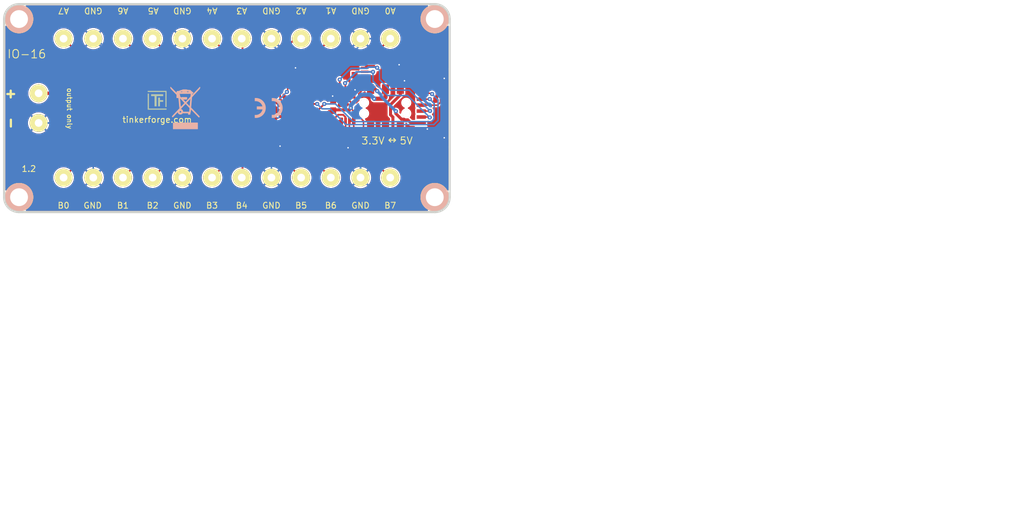
<source format=kicad_pcb>
(kicad_pcb (version 20221018) (generator pcbnew)
  (title_block (title "IO16 Bricklet") (date "2 jan 2013") (rev "1.1") (company "Tinkerforge GmbH") (comment 1 "Licensed under CERN OHL v.1.1") (comment 2 "Copyright (©) 2011, B.Nordmeyer <bastian@tinkerforge.com>"))
  (layers (0 "F.Cu" signal "Vorderseite") (31 "B.Cu" signal "Rückseite") (34 "B.Paste" user) (35 "F.Paste" user) (36 "B.SilkS" user "B.Silkscreen") (37 "F.SilkS" user "F.Silkscreen") (38 "B.Mask" user) (39 "F.Mask" user) (44 "Edge.Cuts" user))
  (net 0 "")
  (net 1 "GND")
  (net 2 "IN_1")
  (net 3 "IN_2")
  (net 4 "SCL")
  (net 5 "SCL2")
  (net 6 "SDA")
  (net 7 "SDA2")
  (net 8 "SEL")
  (net 9 "VAA")
  (net 10 "VCC")
  (net 11 "Net-(C3-Pad1)")
  (net 12 "Net-(J2-Pad2)")
  (net 13 "Net-(J3-Pad1)")
  (net 14 "Net-(J3-Pad2)")
  (net 15 "Net-(J4-Pad1)")
  (net 16 "Net-(J5-Pad2)")
  (net 17 "Net-(J6-Pad1)")
  (net 18 "Net-(J6-Pad2)")
  (net 19 "Net-(J7-Pad1)")
  (net 20 "Net-(J8-Pad1)")
  (net 21 "Net-(J9-Pad1)")
  (net 22 "Net-(J9-Pad2)")
  (net 23 "Net-(J10-Pad2)")
  (net 24 "Net-(J11-Pad1)")
  (net 25 "Net-(J12-Pad1)")
  (net 26 "Net-(J12-Pad2)")
  (net 27 "Net-(J13-Pad2)")
  (net 28 "Net-(P1-Pad1)")
  (net 29 "Net-(P1-Pad9)")
  (net 30 "Net-(P1-Pad10)")
  (net 31 "Net-(RP1-Pad6)")
  (net 32 "Net-(RP1-Pad7)")
  (net 33 "Net-(SW1-Pad6)")
  (net 34 "Net-(SW1-Pad5)")
  (net 35 "Net-(SW1-Pad4)")
  (net 36 "Net-(U1-Pad7)")
  (net 37 "Net-(U2-Pad11)")
  (net 38 "Net-(U2-Pad14)")
  (footprint "kicad-libraries:AKL_5_2" (layer "F.Cu") (at 163.99764 85.32368)
    (fp_text reference "J12")
    (fp_text value "AKL_5_2")
  )
  (footprint "kicad-libraries:AKL_5_2" (layer "F.Cu") (at 153.99766 85.32368)
    (fp_text reference "J11")
    (fp_text value "AKL_5_2")
  )
  (footprint "kicad-libraries:AKL_5_2" (layer "F.Cu") (at 143.99768 85.32368)
    (fp_text reference "J10")
    (fp_text value "AKL_5_2")
  )
  (footprint "kicad-libraries:AKL_5_2" (layer "F.Cu") (at 133.9977 85.32368)
    (fp_text reference "J9")
    (fp_text value "AKL_5_2")
  )
  (footprint "kicad-libraries:AKL_5_2" (layer "F.Cu") (at 173.99762 108.7247 180)
    (fp_text reference "J7")
    (fp_text value "AKL_5_2")
  )
  (footprint "kicad-libraries:AKL_5_2" (layer "F.Cu") (at 163.99764 108.7247 180)
    (fp_text reference "J6")
    (fp_text value "AKL_5_2")
  )
  (footprint "kicad-libraries:AKL_5_2" (layer "F.Cu") (at 153.99766 108.7247 180)
    (fp_text reference "J5")
    (fp_text value "AKL_5_2")
  )
  (footprint "kicad-libraries:AKL_5_2" (layer "F.Cu") (at 143.99768 108.7247 180)
    (fp_text reference "J4")
    (fp_text value "AKL_5_2")
  )
  (footprint "kicad-libraries:AKL_5_2" (layer "F.Cu") (at 117.29974 97.02546 90)
    (fp_text reference "J1")
    (fp_text value "AKL_5_2")
  )
  (footprint "kicad-libraries:TSSOP8_3" (layer "F.Cu") (at 169.30116 97.02546 180)
    (fp_text reference "U3")
    (fp_text value "PCA9306")
  )
  (footprint "kicad-libraries:CON-SENSOR" (layer "F.Cu") (at 186.4995 97.02292 90)
    (fp_text reference "P1")
    (fp_text value "CON-SENSOR")
  )
  (footprint "kicad-libraries:SOIC28" (layer "F.Cu") (at 154.79776 97.02292)
    (fp_text reference "U2")
    (fp_text value "MCP23017")
  )
  (footprint "kicad-libraries:TSSOP8" (layer "F.Cu") (at 175.09744 91.2241 90)
    (fp_text reference "U1")
    (fp_text value "M24C64")
  )
  (footprint "kicad-libraries:AKL_5_2" (layer "F.Cu") (at 133.9977 108.7247 180)
    (fp_text reference "J3")
    (fp_text value "AKL_5_2")
  )
  (footprint "kicad-libraries:AKL_5_2" (layer "F.Cu") (at 173.99762 85.32368)
    (fp_text reference "J13")
    (fp_text value "AKL_5_2")
  )
  (footprint "kicad-libraries:AKL_5_2" (layer "F.Cu") (at 123.99772 108.7247 180)
    (fp_text reference "J2")
    (fp_text value "AKL_5_2")
  )
  (footprint "kicad-libraries:AKL_5_2" (layer "F.Cu") (at 123.99772 85.32368)
    (fp_text reference "J8")
    (fp_text value "AKL_5_2")
  )
  (footprint "kicad-libraries:Logo_31x31" (layer "F.Cu") (at 135.67664 94.12478)
    (fp_text reference "Ref**" hide)
    (fp_text value "Val**" hide)
  )
  (footprint "kicad-libraries:Fiducial_Mark" (layer "F.Cu") (at 184.8993 85.62594)
    (fp_text reference "Fiducial_Mark" hide)
    (fp_text value "VAL**" hide)
  )
  (footprint "kicad-libraries:Fiducial_Mark" (layer "F.Cu") (at 113.10112 108.32592)
    (fp_text reference "Fiducial_Mark" hide)
    (fp_text value "VAL**" hide)
  )
  (footprint "kicad-libraries:C0603E" (layer "F.Cu") (at 170.50004 92.32646 90)
    (fp_text reference "C1")
    (fp_text value "100nF")
  )
  (footprint "kicad-libraries:C0603E" (layer "F.Cu") (at 166.9 96.6 90)
    (fp_text reference "C2")
    (fp_text value "100nF")
  )
  (footprint "kicad-libraries:C0603E" (layer "F.Cu") (at 169.4 102 -90)
    (fp_text reference "C3")
    (fp_text value "100nF")
  )
  (footprint "kicad-libraries:R0603E" (layer "F.Cu") (at 170.9 102 90)
    (fp_text reference "R1")
    (fp_text value "200k")
  )
  (footprint "kicad-libraries:4X0603" (layer "F.Cu") (at 166.5 102 180)
    (fp_text reference "RP1")
    (fp_text value "4.7k")
  )
  (footprint "kicad-libraries:SLIDE_SWITCH" (layer "F.Cu") (at 175.69942 97.02546 180)
    (fp_text reference "SW1")
    (fp_text value "Power_Select")
  )
  (footprint "kicad-libraries:DRILL_NP" (layer "F.Cu") (at 184.00014 82.02676)
    (fp_text reference "U4" hide)
    (fp_text value "DRILL" hide)
  )
  (footprint "kicad-libraries:DRILL_NP" (layer "F.Cu") (at 114.00028 82.02676 90)
    (fp_text reference "U5" hide)
    (fp_text value "DRILL" hide)
  )
  (footprint "kicad-libraries:DRILL_NP" (layer "F.Cu") (at 114.00028 112.0267)
    (fp_text reference "U6" hide)
    (fp_text value "DRILL" hide)
  )
  (footprint "kicad-libraries:DRILL_NP" (layer "F.Cu") (at 184.00014 112.0267 180)
    (fp_text reference "U7" hide)
    (fp_text value "DRILL" hide)
  )
  (footprint "kicad-libraries:WEEE_7mm" (layer "B.Cu") (at 142 97 180)
    (fp_text reference "VAL" hide)
    (fp_text value "WEEE_7mm" hide)
  )
  (footprint "kicad-libraries:CE_5mm" (layer "B.Cu") (at 156 97 180)
    (fp_text reference "VAL" hide)
    (fp_text value "CE_5mm" hide)
  )
  (gr_line (start 176.29378 102.42296) (end 176.5935 102.12324) (stroke (width 0.17018)) (layer "F.SilkS"))
  (gr_line (start 176.29378 102.42296) (end 176.5935 102.72268) (stroke (width 0.17018)) (layer "F.SilkS"))
  (gr_line (start 177.3936 102.42296) (end 177.09388 102.72268) (stroke (width 0.17018)) (layer "F.SilkS"))
  (gr_line (start 176.29378 102.42296) (end 177.19548 102.42296) (stroke (width 0.17018)) (layer "F.SilkS"))
  (gr_line (start 177.09388 102.12324) (end 177.3936 102.42296) (stroke (width 0.17018)) (layer "F.SilkS"))
  (gr_line (start 183.9976 79.52486) (end 113.99774 79.52486) (stroke (width 0.381)) (layer "Edge.Cuts"))
  (gr_line (start 186.4995 112.02416) (end 186.4995 82.02422) (stroke (width 0.381)) (layer "Edge.Cuts"))
  (gr_arc (start 183.9976 79.52486) (mid 185.764914 80.256906) (end 186.49696 82.02422) (stroke (width 0.381)) (layer "Edge.Cuts"))
  (gr_arc (start 186.4995 112.02416) (mid 185.76671 113.79327) (end 183.9976 114.52606) (stroke (width 0.381)) (layer "Edge.Cuts"))
  (gr_line (start 113.99774 114.52352) (end 183.9976 114.52352) (stroke (width 0.381)) (layer "Edge.Cuts"))
  (gr_arc (start 113.99774 114.52352) (mid 112.230426 113.791474) (end 111.49838 112.02416) (stroke (width 0.381)) (layer "Edge.Cuts"))
  (gr_line (start 111.49838 82.02422) (end 111.49838 112.02416) (stroke (width 0.381)) (layer "Edge.Cuts"))
  (gr_arc (start 111.49838 82.02422) (mid 112.230426 80.256906) (end 113.99774 79.52486) (stroke (width 0.381)) (layer "Edge.Cuts"))
  (gr_text "B4" (at 151.4983 113.4237) (layer "F.SilkS") (effects (font (size 1.00076 1.00076) (thickness 0.14986))))
  (gr_text "GND" (at 141.49832 80.62468 180) (layer "F.SilkS") (effects (font (size 1.00076 1.00076) (thickness 0.14986))))
  (gr_text "GND" (at 171.49826 80.62468 180) (layer "F.SilkS") (effects (font (size 1.00076 1.00076) (thickness 0.14986))))
  (gr_text "GND" (at 156.49702 113.4237) (layer "F.SilkS") (effects (font (size 1.00076 1.00076) (thickness 0.14986))))
  (gr_text "+" (at 112.60074 94.54896) (layer "F.SilkS") (effects (font (size 1.50114 1.50114) (thickness 0.37592))))
  (gr_text "-" (at 112.52454 99.55022 90) (layer "F.SilkS") (effects (font (size 1.50114 1.50114) (thickness 0.37592))))
  (gr_text "B3" (at 146.49704 113.4237) (layer "F.SilkS") (effects (font (size 1.00076 1.00076) (thickness 0.14986))))
  (gr_text "B5" (at 161.49828 113.4237) (layer "F.SilkS") (effects (font (size 1.00076 1.00076) (thickness 0.14986))))
  (gr_text "B0" (at 121.49836 113.4237) (layer "F.SilkS") (effects (font (size 1.00076 1.00076) (thickness 0.14986))))
  (gr_text "A0" (at 176.49952 80.62468 180) (layer "F.SilkS") (effects (font (size 1.00076 1.00076) (thickness 0.14986))))
  (gr_text "GND" (at 141.49832 113.4237) (layer "F.SilkS") (effects (font (size 1.00076 1.00076) (thickness 0.14986))))
  (gr_text "1.2" (at 115.65128 107.24896) (layer "F.SilkS") (effects (font (size 1.00076 1.00076) (thickness 0.14986))))
  (gr_text "B6" (at 166.497 113.4237) (layer "F.SilkS") (effects (font (size 1.00076 1.00076) (thickness 0.14986))))
  (gr_text "B7" (at 176.49952 113.4237) (layer "F.SilkS") (effects (font (size 1.00076 1.00076) (thickness 0.14986))))
  (gr_text "GND" (at 126.39802 113.4237) (layer "F.SilkS") (effects (font (size 1.00076 1.00076) (thickness 0.14986))))
  (gr_text "tinkerforge.com" (at 137.25144 98.97364) (layer "F.SilkS") (effects (font (size 1.00076 1.00076) (thickness 0.14986))))
  (gr_text "A6" (at 131.49834 80.62468 180) (layer "F.SilkS") (effects (font (size 1.00076 1.00076) (thickness 0.14986))))
  (gr_text "A7" (at 121.49836 80.62468 180) (layer "F.SilkS") (effects (font (size 1.00076 1.00076) (thickness 0.14986))))
  (gr_text "IO-16" (at 115.29822 87.92464) (layer "F.SilkS") (effects (font (size 1.39954 1.39954) (thickness 0.14986))))
  (gr_text "5V" (at 179.197 102.52456) (layer "F.SilkS") (effects (font (size 1.19888 1.19888) (thickness 0.14986))))
  (gr_text "A1" (at 166.497 80.62468 180) (layer "F.SilkS") (effects (font (size 1.00076 1.00076) (thickness 0.14986))))
  (gr_text "GND" (at 126.49708 80.62468 180) (layer "F.SilkS") (effects (font (size 1.00076 1.00076) (thickness 0.14986))))
  (gr_text "3.3V" (at 173.59884 102.52456) (layer "F.SilkS") (effects (font (size 1.19888 1.19888) (thickness 0.14986))))
  (gr_text "A3" (at 151.4983 80.62468 180) (layer "F.SilkS") (effects (font (size 1.00076 1.00076) (thickness 0.14986))))
  (gr_text "A2" (at 161.49828 80.62468 180) (layer "F.SilkS") (effects (font (size 1.00076 1.00076) (thickness 0.14986))))
  (gr_text "B1" (at 131.49834 113.4237) (layer "F.SilkS") (effects (font (size 1.00076 1.00076) (thickness 0.14986))))
  (gr_text "output only" (at 122.49912 97.09912 270) (layer "F.SilkS") (effects (font (size 0.8001 0.8001) (thickness 0.14986))))
  (gr_text "A4" (at 146.49704 80.62468 180) (layer "F.SilkS") (effects (font (size 1.00076 1.00076) (thickness 0.14986))))
  (gr_text "A5" (at 136.59866 80.62468 180) (layer "F.SilkS") (effects (font (size 1.00076 1.00076) (thickness 0.14986))))
  (gr_text "B2" (at 136.49706 113.4237) (layer "F.SilkS") (effects (font (size 1.00076 1.00076) (thickness 0.14986))))
  (gr_text "GND" (at 171.49826 113.4237) (layer "F.SilkS") (effects (font (size 1.00076 1.00076) (thickness 0.14986))))
  (gr_text "GND" (at 156.49702 80.62468 180) (layer "F.SilkS") (effects (font (size 1.00076 1.00076) (thickness 0.14986))))
  (segment (start 161.0995 92.42298) (end 161.78022 92.42298) (width 0.50038) (layer "F.Cu") (net 1))
  (segment (start 177.99558 90.25128) (end 177.99558 89.7255) (width 0.29972) (layer "F.Cu") (net 1))
  (segment (start 185.60034 102.02418) (end 185.60034 102.82174) (width 0.29972) (layer "F.Cu") (net 1))
  (segment (start 161.78022 90.52814) (end 161.62528 90.3732) (width 0.29972) (layer "F.Cu") (net 1))
  (segment (start 178.67376 92.19692) (end 178.89982 92.42298) (width 0.29972) (layer "F.Cu") (net 1))
  (segment (start 161.78022 92.42298) (end 161.78022 90.52814) (width 0.29972) (layer "F.Cu") (net 1))
  (segment (start 182.72506 100.52304) (end 182.75046 100.54844) (width 0.50038) (layer "F.Cu") (net 1))
  (segment (start 160.51022 92.42298) (end 161.0995 92.42298) (width 0.50038) (layer "F.Cu") (net 1))
  (segment (start 185.60034 92.01912) (end 185.5978 92.02166) (width 0.29972) (layer "F.Cu") (net 1))
  (segment (start 170.32478 94.20098) (end 170.57624 93.94952) (width 0.29972) (layer "F.Cu") (net 1))
  (segment (start 185.60034 91.2241) (end 185.60034 92.01912) (width 0.29972) (layer "F.Cu") (net 1))
  (segment (start 157.9499 103.42372) (end 157.97022 103.4034) (width 0.24892) (layer "F.Cu") (net 1))
  (segment (start 185.60034 102.02418) (end 185.5978 102.02164) (width 0.29972) (layer "F.Cu") (net 1))
  (segment (start 166.8018 94.99854) (end 166.79926 95.00108) (width 0.24892) (layer "F.Cu") (net 1))
  (segment (start 166.79926 95.00108) (end 166.79926 96.0247) (width 0.24892) (layer "F.Cu") (net 1))
  (segment (start 170.52544 93.89872) (end 170.57624 93.94952) (width 0.29972) (layer "F.Cu") (net 1))
  (segment (start 179.59832 92.0242) (end 179.2986 92.0242) (width 0.29972) (layer "F.Cu") (net 1))
  (segment (start 161.62528 90.3732) (end 160.67532 90.3732) (width 0.24892) (layer "F.Cu") (net 1))
  (segment (start 177.99558 92.19692) (end 178.67376 92.19692) (width 0.29972) (layer "F.Cu") (net 1))
  (segment (start 177.99558 92.19692) (end 177.99558 91.54668) (width 0.29972) (layer "F.Cu") (net 1))
  (segment (start 179.2986 92.0242) (end 178.89982 92.42298) (width 0.29972) (layer "F.Cu") (net 1))
  (segment (start 169.4 102.8501) (end 169.4 103.7) (width 0.24892) (layer "F.Cu") (net 1))
  (segment (start 170.52544 93.17482) (end 170.52544 93.89872) (width 0.29972) (layer "F.Cu") (net 1))
  (segment (start 177.99558 89.7255) (end 177.99812 89.72296) (width 0.29972) (layer "F.Cu") (net 1))
  (segment (start 157.97022 103.4034) (end 157.97022 101.62286) (width 0.24892) (layer "F.Cu") (net 1))
  (segment (start 181.7243 100.52304) (end 182.72506 100.52304) (width 0.50038) (layer "F.Cu") (net 1))
  (segment (start 160.67532 90.3732) (end 160.55086 90.24874) (width 0.24892) (layer "F.Cu") (net 1))
  (segment (start 170.32478 94.20098) (end 170.32478 94.85122) (width 0.29972) (layer "F.Cu") (net 1))
  (via (at 177.99812 89.72296) (size 0.70104) (drill 0.24892) (layers "F.Cu" "B.Cu") (net 1))
  (via (at 185.5978 102.02164) (size 0.70104) (drill 0.24892) (layers "F.Cu" "B.Cu") (net 1))
  (via (at 166.8018 94.99854) (size 0.70104) (drill 0.24892) (layers "F.Cu" "B.Cu") (net 1))
  (via (at 185.5978 92.02166) (size 0.70104) (drill 0.24892) (layers "F.Cu" "B.Cu") (net 1))
  (via (at 160.55086 90.24874) (size 0.70104) (drill 0.24892) (layers "F.Cu" "B.Cu") (net 1))
  (via (at 178.89982 92.42298) (size 0.70104) (drill 0.24892) (layers "F.Cu" "B.Cu") (net 1))
  (via (at 157.9499 103.42372) (size 0.70104) (drill 0.24892) (layers "F.Cu" "B.Cu") (net 1))
  (via (at 182.75046 100.54844) (size 0.70104) (drill 0.24892) (layers "F.Cu" "B.Cu") (net 1))
  (via (at 169.4 103.7) (size 0.70104) (drill 0.24892) (layers "F.Cu" "B.Cu") (net 1))
  (via (at 170.57624 93.94952) (size 0.70104) (drill 0.24892) (layers "F.Cu" "B.Cu") (net 1))
  (segment (start 153.1366 98.61042) (end 157.9499 103.42372) (width 0.24892) (layer "B.Cu") (net 1))
  (segment (start 166.8018 91.07424) (end 167.6273 90.24874) (width 0.24892) (layer "B.Cu") (net 1))
  (segment (start 153.1366 90.2) (end 153.1366 98.61042) (width 0.24892) (layer "B.Cu") (net 1))
  (segment (start 171.49826 86.37778) (end 167.6273 90.24874) (width 0.24892) (layer "B.Cu") (net 1))
  (segment (start 156.49702 108.7247) (end 156.49702 104.8766) (width 0.24892) (layer "B.Cu") (net 1))
  (segment (start 184.22366 101.97846) (end 184.2516 101.95052) (width 0.50038) (layer "B.Cu") (net 1))
  (segment (start 184.2516 102.02164) (end 176.4538 102.02164) (width 0.24892) (layer "B.Cu") (net 1))
  (segment (start 129.9972 105.22458) (end 126.49708 108.7247) (width 0.29972) (layer "B.Cu") (net 1))
  (segment (start 118.9736 99.52482) (end 117.29974 99.52482) (width 0.24892) (layer "B.Cu") (net 1))
  (segment (start 153.1366 88.6841) (end 153.1366 90.2) (width 0.24892) (layer "B.Cu") (net 1))
  (segment (start 179.30114 92.02166) (end 180.29682 92.02166) (width 0.29972) (layer "B.Cu") (net 1))
  (segment (start 166.8018 94.99854) (end 166.8018 91.07424) (width 0.24892) (layer "B.Cu") (net 1))
  (segment (start 177.99812 89.72296) (end 177.67554 89.72296) (width 0.24892) (layer "B.Cu") (net 1))
  (segment (start 141.49832 85.32368) (end 141.49832 86.52256) (width 0.24892) (layer "B.Cu") (net 1))
  (segment (start 177.67554 89.72296) (end 173.27626 85.32368) (width 0.24892) (layer "B.Cu") (net 1))
  (segment (start 153.12136 88.69934) (end 153.1366 88.6841) (width 0.24892) (layer "B.Cu") (net 1))
  (segment (start 185.5978 102.02164) (end 184.2516 102.02164) (width 0.24892) (layer "B.Cu") (net 1))
  (segment (start 156.49702 104.8766) (end 157.9499 103.42372) (width 0.24892) (layer "B.Cu") (net 1))
  (segment (start 154.62504 104.8766) (end 156.49702 104.8766) (width 0.24892) (layer "B.Cu") (net 1))
  (segment (start 167.6273 90.24874) (end 160.55086 90.24874) (width 0.24892) (layer "B.Cu") (net 1))
  (segment (start 122.04954 99.52482) (end 118.9736 99.52482) (width 0.24892) (layer "B.Cu") (net 1))
  (segment (start 184.2516 101.95052) (end 184.2516 102.02164) (width 0.50038) (layer "B.Cu") (net 1))
  (segment (start 180.29682 92.02166) (end 185.5978 92.02166) (width 0.29972) (layer "B.Cu") (net 1))
  (segment (start 185.90006 101.71938) (end 185.5978 102.02164) (width 0.29972) (layer "B.Cu") (net 1))
  (segment (start 169.35196 103.2256) (end 158.14802 103.2256) (width 0.24892) (layer "B.Cu") (net 1))
  (segment (start 130.92684 89.25052) (end 137.57148 89.25052) (width 0.24892) (layer "B.Cu") (net 1))
  (segment (start 117.29974 99.52482) (end 117.27688 99.54768) (width 0.24892) (layer "B.Cu") (net 1))
  (segment (start 171.49826 106.97718) (end 171.49826 108.7247) (width 0.24892) (layer "B.Cu") (net 1))
  (segment (start 118.9736 99.52482) (end 118.95074 99.54768) (width 0.24892) (layer "B.Cu") (net 1))
  (segment (start 184.22366 102.02164) (end 184.22366 101.97846) (width 0.50038) (layer "B.Cu") (net 1))
  (segment (start 126.49708 108.7247) (end 126.49708 103.97236) (width 0.24892) (layer "B.Cu") (net 1))
  (segment (start 126.49708 85.32368) (end 127 85.32368) (width 0.24892) (layer "B.Cu") (net 1))
  (segment (start 171.49826 105.3719) (end 171.49826 108.7247) (width 0.24892) (layer "B.Cu") (net 1))
  (segment (start 127 85.32368) (end 130.92684 89.25052) (width 0.24892) (layer "B.Cu") (net 1))
  (segment (start 166.8018 94.99854) (end 169.52722 94.99854) (width 0.24892) (layer "B.Cu") (net 1))
  (segment (start 173.27626 85.32368) (end 171.49826 85.32368) (width 0.24892) (layer "B.Cu") (net 1))
  (segment (start 141.49832 86.52256) (end 143.6751 88.69934) (width 0.24892) (layer "B.Cu") (net 1))
  (segment (start 154.27706 105.22458) (end 154.62504 104.8766) (width 0.24892) (layer "B.Cu") (net 1))
  (segment (start 176.4538 102.02164) (end 171.49826 106.97718) (width 0.24892) (layer "B.Cu") (net 1))
  (segment (start 185.5978 92.02166) (end 185.5978 93.12148) (width 0.29972) (layer "B.Cu") (net 1))
  (segment (start 156.49702 86.1949) (end 156.49702 85.32368) (width 0.24892) (layer "B.Cu") (net 1))
  (segment (start 144.99844 105.22458) (end 141.49832 108.7247) (width 0.29972) (layer "B.Cu") (net 1))
  (segment (start 182.75046 100.54844) (end 184.22366 102.02164) (width 0.50038) (layer "B.Cu") (net 1))
  (segment (start 185.5978 93.12148) (end 185.90006 93.42374) (width 0.29972) (layer "B.Cu") (net 1))
  (segment (start 143.6751 88.69934) (end 153.12136 88.69934) (width 0.24892) (layer "B.Cu") (net 1))
  (segment (start 158.14802 103.2256) (end 157.9499 103.42372) (width 0.24892) (layer "B.Cu") (net 1))
  (segment (start 137.57148 89.25052) (end 141.49832 85.32368) (width 0.24892) (layer "B.Cu") (net 1))
  (segment (start 144.99844 105.22458) (end 129.9972 105.22458) (width 0.29972) (layer "B.Cu") (net 1))
  (segment (start 185.90006 93.42374) (end 185.90006 101.71938) (width 0.29972) (layer "B.Cu") (net 1))
  (segment (start 153.1366 88.6841) (end 156.49702 85.32368) (width 0.24892) (layer "B.Cu") (net 1))
  (segment (start 177.99812 89.72296) (end 180.29682 92.02166) (width 0.29972) (layer "B.Cu") (net 1))
  (segment (start 122.04954 99.52482) (end 126.49708 103.97236) (width 0.24892) (layer "B.Cu") (net 1))
  (segment (start 144.99844 105.22458) (end 154.27706 105.22458) (width 0.24892) (layer "B.Cu") (net 1))
  (segment (start 171.49826 85.32368) (end 171.49826 86.37778) (width 0.24892) (layer "B.Cu") (net 1))
  (segment (start 178.89982 92.42298) (end 179.30114 92.02166) (width 0.29972) (layer "B.Cu") (net 1))
  (segment (start 169.35196 103.2256) (end 171.49826 105.3719) (width 0.24892) (layer "B.Cu") (net 1))
  (segment (start 169.52722 94.99854) (end 170.57624 93.94952) (width 0.24892) (layer "B.Cu") (net 1))
  (segment (start 160.55086 90.24874) (end 156.49702 86.1949) (width 0.24892) (layer "B.Cu") (net 1))
  (segment (start 183.12822 95.52178) (end 183.15 95.5) (width 0.24892) (layer "F.Cu") (net 2))
  (segment (start 156.70022 95.52432) (end 158.5976 97.4217) (width 0.29972) (layer "F.Cu") (net 2))
  (segment (start 164.2999 97.4217) (end 165.39972 96.32188) (width 0.29972) (layer "F.Cu") (net 2))
  (segment (start 158.5976 97.4217) (end 164.2999 97.4217) (width 0.29972) (layer "F.Cu") (net 2))
  (segment (start 156.70022 95.52432) (end 156.70022 92.42298) (width 0.29972) (layer "F.Cu") (net 2))
  (segment (start 181.7243 95.52178) (end 183.12822 95.52178) (width 0.24892) (layer "F.Cu") (net 2))
  (via (at 165.39972 96.32188) (size 0.70104) (drill 0.24892) (layers "F.Cu" "B.Cu") (net 2))
  (via (at 183.15 95.5) (size 0.70104) (drill 0.24892) (layers "F.Cu" "B.Cu") (net 2))
  (segment (start 183.15 95.5) (end 183.9 96.25) (width 0.24892) (layer "B.Cu") (net 2))
  (segment (start 183.9 96.25) (end 183.9 98.85) (width 0.24892) (layer "B.Cu") (net 2))
  (segment (start 183.9 98.85) (end 183.45 99.3) (width 0.24892) (layer "B.Cu") (net 2))
  (segment (start 183.45 99.3) (end 170.25 99.3) (width 0.24892) (layer "B.Cu") (net 2))
  (segment (start 170.25 99.3) (end 167.27188 96.32188) (width 0.24892) (layer "B.Cu") (net 2))
  (segment (start 167.27188 96.32188) (end 165.39972 96.32188) (width 0.24892) (layer "B.Cu") (net 2))
  (segment (start 183.42356 94.52356) (end 183.55 94.65) (width 0.24892) (layer "F.Cu") (net 3))
  (segment (start 181.7243 94.52356) (end 183.42356 94.52356) (width 0.24892) (layer "F.Cu") (net 3))
  (segment (start 158.79826 96.32188) (end 164.1983 96.32188) (width 0.29972) (layer "F.Cu") (net 3))
  (segment (start 157.97022 95.49384) (end 158.79826 96.32188) (width 0.29972) (layer "F.Cu") (net 3))
  (segment (start 157.97022 95.49384) (end 157.97022 92.42298) (width 0.29972) (layer "F.Cu") (net 3))
  (via (at 164.1983 96.32188) (size 0.70104) (drill 0.24892) (layers "F.Cu" "B.Cu") (net 3))
  (via (at 183.55 94.65) (size 0.70104) (drill 0.24892) (layers "F.Cu" "B.Cu") (net 3))
  (segment (start 183.55 94.65) (end 184.55 95.65) (width 0.24892) (layer "B.Cu") (net 3))
  (segment (start 184.55 95.65) (end 184.55 99.1) (width 0.24892) (layer "B.Cu") (net 3))
  (segment (start 184.55 99.1) (end 183.85 99.8) (width 0.24892) (layer "B.Cu") (net 3))
  (segment (start 183.85 99.8) (end 169.05 99.8) (width 0.24892) (layer "B.Cu") (net 3))
  (segment (start 169.05 99.8) (end 166.4 97.15) (width 0.24892) (layer "B.Cu") (net 3))
  (segment (start 166.4 97.15) (end 165.02642 97.15) (width 0.24892) (layer "B.Cu") (net 3))
  (segment (start 165.02642 97.15) (end 164.1983 96.32188) (width 0.24892) (layer "B.Cu") (net 3))
  (segment (start 183.07406 98.52406) (end 183.15 98.6) (width 0.24892) (layer "F.Cu") (net 4))
  (segment (start 173.59884 90.92438) (end 173.57598 90.90152) (width 0.29972) (layer "F.Cu") (net 4))
  (segment (start 181.7243 98.52406) (end 183.07406 98.52406) (width 0.24892) (layer "F.Cu") (net 4))
  (segment (start 168.95064 94.85122) (end 168.95064 92.87764) (width 0.29972) (layer "F.Cu") (net 4))
  (segment (start 173.57598 90.90152) (end 172.1993 90.90152) (width 0.29972) (layer "F.Cu") (net 4))
  (segment (start 168.95064 92.87764) (end 168.8973 92.8243) (width 0.29972) (layer "F.Cu") (net 4))
  (via (at 173.59884 90.92438) (size 0.70104) (drill 0.24892) (layers "F.Cu" "B.Cu") (net 4))
  (via (at 183.15 98.6) (size 0.70104) (drill 0.24892) (layers "F.Cu" "B.Cu") (net 4))
  (via (at 168.8973 92.8243) (size 0.70104) (drill 0.24892) (layers "F.Cu" "B.Cu") (net 4))
  (segment (start 183.15 98.6) (end 179.45 94.9) (width 0.24892) (layer "B.Cu") (net 4))
  (segment (start 179.45 94.9) (end 176.05 94.9) (width 0.24892) (layer "B.Cu") (net 4))
  (segment (start 176.05 94.9) (end 173.59884 92.44884) (width 0.24892) (layer "B.Cu") (net 4))
  (segment (start 173.59884 92.44884) (end 173.59884 90.92438) (width 0.24892) (layer "B.Cu") (net 4))
  (segment (start 170.79722 90.92438) (end 168.8973 92.8243) (width 0.29972) (layer "B.Cu") (net 4))
  (segment (start 170.79722 90.92438) (end 173.59884 90.92438) (width 0.29972) (layer "B.Cu") (net 4))
  (segment (start 167.69888 100.80112) (end 168.2 100.3) (width 0.24892) (layer "F.Cu") (net 5))
  (segment (start 168.2 100.3) (end 168.8 100.3) (width 0.24892) (layer "F.Cu") (net 5))
  (segment (start 168.8 100.3) (end 168.97604 100.12396) (width 0.24892) (layer "F.Cu") (net 5))
  (segment (start 168.97604 100.12396) (end 168.97604 99.1997) (width 0.24892) (layer "F.Cu") (net 5))
  (segment (start 167.69888 101.1491) (end 167.69888 100.80112) (width 0.24892) (layer "F.Cu") (net 5))
  (segment (start 168.95064 99.1997) (end 168.95064 98.52406) (width 0.29972) (layer "F.Cu") (net 5))
  (segment (start 166.52494 99.34956) (end 160.87598 99.34956) (width 0.29972) (layer "F.Cu") (net 5))
  (segment (start 160.51022 99.71532) (end 160.51022 101.62286) (width 0.29972) (layer "F.Cu") (net 5))
  (segment (start 168.57472 98.14814) (end 167.72636 98.14814) (width 0.29972) (layer "F.Cu") (net 5))
  (segment (start 160.87598 99.34956) (end 160.51022 99.71532) (width 0.29972) (layer "F.Cu") (net 5))
  (segment (start 167.72636 98.14814) (end 166.52494 99.34956) (width 0.29972) (layer "F.Cu") (net 5))
  (segment (start 168.95064 98.52406) (end 168.57472 98.14814) (width 0.29972) (layer "F.Cu") (net 5))
  (segment (start 183.1767 97.5233) (end 183.2 97.5) (width 0.24892) (layer "F.Cu") (net 6))
  (segment (start 168.22674 94.85122) (end 168.22674 93.7006) (width 0.29972) (layer "F.Cu") (net 6))
  (segment (start 172.52696 89.92362) (end 172.1993 90.25128) (width 0.29972) (layer "F.Cu") (net 6))
  (segment (start 174.09922 90.22334) (end 173.7995 89.92362) (width 0.29972) (layer "F.Cu") (net 6))
  (segment (start 174.29734 90.22334) (end 174.09922 90.22334) (width 0.29972) (layer "F.Cu") (net 6))
  (segment (start 173.7995 89.92362) (end 172.52696 89.92362) (width 0.29972) (layer "F.Cu") (net 6))
  (segment (start 181.7243 97.5233) (end 183.1767 97.5233) (width 0.24892) (layer "F.Cu") (net 6))
  (segment (start 168.22674 93.7006) (end 167.99814 93.472) (width 0.29972) (layer "F.Cu") (net 6))
  (segment (start 167.99814 93.472) (end 167.99814 92.22232) (width 0.29972) (layer "F.Cu") (net 6))
  (via (at 174.29734 90.22334) (size 0.70104) (drill 0.24892) (layers "F.Cu" "B.Cu") (net 6))
  (via (at 183.2 97.5) (size 0.70104) (drill 0.24892) (layers "F.Cu" "B.Cu") (net 6))
  (via (at 167.99814 92.22232) (size 0.70104) (drill 0.24892) (layers "F.Cu" "B.Cu") (net 6))
  (segment (start 183.2 97.5) (end 179.7 94) (width 0.24892) (layer "B.Cu") (net 6))
  (segment (start 179.7 94) (end 176.5 94) (width 0.24892) (layer "B.Cu") (net 6))
  (segment (start 176.5 94) (end 174.7 92.2) (width 0.24892) (layer "B.Cu") (net 6))
  (segment (start 174.7 92.2) (end 174.7 90.626) (width 0.24892) (layer "B.Cu") (net 6))
  (segment (start 174.7 90.626) (end 174.29734 90.22334) (width 0.24892) (layer "B.Cu") (net 6))
  (segment (start 172.59808 90.3224) (end 172.79874 90.12174) (width 0.29972) (layer "B.Cu") (net 6))
  (segment (start 174.19574 90.12174) (end 174.29734 90.22334) (width 0.29972) (layer "B.Cu") (net 6))
  (segment (start 169.89806 90.3224) (end 172.59808 90.3224) (width 0.29972) (layer "B.Cu") (net 6))
  (segment (start 172.79874 90.12174) (end 174.19574 90.12174) (width 0.29972) (layer "B.Cu") (net 6))
  (segment (start 167.99814 92.22232) (end 169.89806 90.3224) (width 0.29972) (layer "B.Cu") (net 6))
  (segment (start 165.30112 100.49888) (end 165.851 99.949) (width 0.24892) (layer "F.Cu") (net 7))
  (segment (start 165.851 99.949) (end 162.0012 99.949) (width 0.29972) (layer "F.Cu") (net 7))
  (segment (start 168.22674 99.1997) (end 167.80002 99.1997) (width 0.29972) (layer "F.Cu") (net 7))
  (segment (start 167.05072 99.949) (end 166.7256 99.949) (width 0.29972) (layer "F.Cu") (net 7))
  (segment (start 167.80002 99.1997) (end 167.05072 99.949) (width 0.29972) (layer "F.Cu") (net 7))
  (segment (start 162.0012 99.949) (end 161.78022 100.16998) (width 0.29972) (layer "F.Cu") (net 7))
  (segment (start 165.30112 101.1491) (end 165.30112 100.49888) (width 0.24892) (layer "F.Cu") (net 7))
  (segment (start 161.78022 100.16998) (end 161.78022 101.62286) (width 0.29972) (layer "F.Cu") (net 7))
  (segment (start 166.7256 99.949) (end 165.851 99.949) (width 0.29972) (layer "F.Cu") (net 7))
  (segment (start 184.47746 96.52254) (end 184.95 96.05) (width 0.24892) (layer "F.Cu") (net 8))
  (segment (start 184.95 96.05) (end 184.95 93.17472) (width 0.24892) (layer "F.Cu") (net 8))
  (segment (start 184.95 93.17472) (end 184.00014 92.22486) (width 0.24892) (layer "F.Cu") (net 8))
  (segment (start 184.00014 92.22486) (end 182.59806 90.82278) (width 0.29972) (layer "F.Cu") (net 8))
  (segment (start 168.148 88.72474) (end 174.498 88.72474) (width 0.29972) (layer "F.Cu") (net 8))
  (segment (start 179.3748 90.90152) (end 177.99558 90.90152) (width 0.29972) (layer "F.Cu") (net 8))
  (segment (start 181.7243 96.52254) (end 184.47746 96.52254) (width 0.24892) (layer "F.Cu") (net 8))
  (segment (start 179.9971 90.82278) (end 179.45354 90.82278) (width 0.29972) (layer "F.Cu") (net 8))
  (segment (start 163.05022 92.42298) (end 164.44976 92.42298) (width 0.29972) (layer "F.Cu") (net 8))
  (segment (start 182.59806 90.82278) (end 179.9971 90.82278) (width 0.29972) (layer "F.Cu") (net 8))
  (segment (start 176.67478 90.90152) (end 177.99558 90.90152) (width 0.29972) (layer "F.Cu") (net 8))
  (segment (start 174.498 88.72474) (end 176.67478 90.90152) (width 0.29972) (layer "F.Cu") (net 8))
  (segment (start 179.45354 90.82278) (end 179.3748 90.90152) (width 0.29972) (layer "F.Cu") (net 8))
  (segment (start 164.44976 92.42298) (end 168.148 88.72474) (width 0.29972) (layer "F.Cu") (net 8))
  (segment (start 159.24022 94.15978) (end 159.1 94.3) (width 0.24892) (layer "F.Cu") (net 9))
  (segment (start 157.56219 98.46219) (end 157.06344 98.96094) (width 0.50038) (layer "F.Cu") (net 9))
  (segment (start 175.69942 95.20058) (end 175.45 95.45) (width 0.70104) (layer "F.Cu") (net 9))
  (segment (start 175.45 95.45) (end 173.8 95.45) (width 0.70104) (layer "F.Cu") (net 9))
  (segment (start 169.85 97.1) (end 169.62482 97.32518) (width 0.50038) (layer "F.Cu") (net 9))
  (segment (start 169.62482 97.32518) (end 167.09898 97.32518) (width 0.50038) (layer "F.Cu") (net 9))
  (segment (start 169.85 97.05) (end 172 99.2) (width 0.24892) (layer "F.Cu") (net 9))
  (segment (start 172 99.2) (end 172 101.7501) (width 0.24892) (layer "F.Cu") (net 9))
  (segment (start 172 101.7501) (end 170.9 102.8501) (width 0.24892) (layer "F.Cu") (net 9))
  (segment (start 168.7 104.4) (end 170.6 104.4) (width 0.24892) (layer "F.Cu") (net 9))
  (segment (start 170.6 104.4) (end 170.9 104.1) (width 0.24892) (layer "F.Cu") (net 9))
  (segment (start 170.9 104.1) (end 170.9 102.8501) (width 0.24892) (layer "F.Cu") (net 9))
  (segment (start 167.4 104.4) (end 166.89878 103.89878) (width 0.24892) (layer "F.Cu") (net 9))
  (segment (start 166.89878 103.89878) (end 166.89878 102.8509) (width 0.24892) (layer "F.Cu") (net 9))
  (segment (start 166.6 104.4) (end 166.10122 103.90122) (width 0.24892) (layer "F.Cu") (net 9))
  (segment (start 166.10122 103.90122) (end 166.10122 102.8509) (width 0.24892) (layer "F.Cu") (net 9))
  (segment (start 165.8 104.4) (end 165.30112 103.90112) (width 0.24892) (layer "F.Cu") (net 9))
  (segment (start 165.30112 103.90112) (end 165.30112 102.8509) (width 0.24892) (layer "F.Cu") (net 9))
  (segment (start 167.69888 103.79888) (end 168.3 104.4) (width 0.24892) (layer "F.Cu") (net 9))
  (segment (start 168.3 104.4) (end 167.4 104.4) (width 0.24892) (layer "F.Cu") (net 9))
  (segment (start 166.19982 97.6249) (end 165.37432 98.4504) (width 0.50038) (layer "F.Cu") (net 9))
  (segment (start 168.7 104.4) (end 168.3 104.4) (width 0.24892) (layer "F.Cu") (net 9))
  (segment (start 118.9736 94.5261) (end 117.29974 94.5261) (width 0.50038) (layer "F.Cu") (net 9))
  (segment (start 118.9736 94.5261) (end 118.95074 94.54896) (width 0.50038) (layer "F.Cu") (net 9))
  (segment (start 175.69942 93.82506) (end 175.69942 95.20058) (width 0.70104) (layer "F.Cu") (net 9))
  (segment (start 166.6 104.4) (end 165.8 104.4) (width 0.24892) (layer "F.Cu") (net 9))
  (segment (start 157.06344 98.96094) (end 156.70022 99.32416) (width 0.50038) (layer "F.Cu") (net 9))
  (segment (start 167.69888 102.8509) (end 167.69888 103.79888) (width 0.24892) (layer "F.Cu") (net 9))
  (segment (start 157.06344 98.96094) (end 156.67482 98.96094) (width 0.50038) (layer "F.Cu") (net 9))
  (segment (start 117.29974 94.5261) (end 117.27688 94.54896) (width 0.50038) (layer "F.Cu") (net 9))
  (segment (start 167.4 104.4) (end 166.6 104.4) (width 0.24892) (layer "F.Cu") (net 9))
  (segment (start 169.85 97) (end 169.85 97.1) (width 0.50038) (layer "F.Cu") (net 9))
  (segment (start 156.70022 99.32416) (end 156.70022 101.62286) (width 0.50038) (layer "F.Cu") (net 9))
  (segment (start 167.09898 97.32518) (end 166.79926 97.6249) (width 0.70104) (layer "F.Cu") (net 9))
  (segment (start 159.24022 92.42298) (end 159.24022 94.15978) (width 0.24892) (layer "F.Cu") (net 9))
  (segment (start 157.56219 98.46219) (end 157.57398 98.4504) (width 0.24892) (layer "F.Cu") (net 9))
  (segment (start 166.79926 97.6249) (end 166.19982 97.6249) (width 0.50038) (layer "F.Cu") (net 9))
  (segment (start 156.67482 98.96094) (end 129.26314 98.96094) (width 0.50038) (layer "F.Cu") (net 9))
  (segment (start 165.37432 98.4504) (end 157.57398 98.4504) (width 0.50038) (layer "F.Cu") (net 9))
  (segment (start 169.85 97) (end 169.85 97.05) (width 0.24892) (layer "F.Cu") (net 9))
  (segment (start 124.8283 94.5261) (end 118.9736 94.5261) (width 0.50038) (layer "F.Cu") (net 9))
  (segment (start 129.26314 98.96094) (end 124.8283 94.5261) (width 0.50038) (layer "F.Cu") (net 9))
  (via (at 173.8 95.45) (size 0.70104) (drill 0.24892) (layers "F.Cu" "B.Cu") (net 9))
  (via (at 169.85 97) (size 0.70104) (drill 0.24892) (layers "F.Cu" "B.Cu") (net 9))
  (via (at 159.1 94.3) (size 0.70104) (drill 0.24892) (layers "F.Cu" "B.Cu") (net 9))
  (via (at 157.57398 98.4504) (size 0.70104) (drill 0.24892) (layers "F.Cu" "B.Cu") (net 9))
  (segment (start 157.57398 98.4504) (end 157.6 98.42438) (width 0.24892) (layer "B.Cu") (net 9))
  (segment (start 157.6 98.42438) (end 157.6 95.8) (width 0.24892) (layer "B.Cu") (net 9))
  (segment (start 157.6 95.8) (end 159.1 94.3) (width 0.24892) (layer "B.Cu") (net 9))
  (segment (start 173.8 95.45) (end 173.1 94.75) (width 0.70104) (layer "B.Cu") (net 9))
  (segment (start 173.1 94.75) (end 171.65 94.75) (width 0.70104) (layer "B.Cu") (net 9))
  (segment (start 171.65 94.75) (end 169.85 96.55) (width 0.70104) (layer "B.Cu") (net 9))
  (segment (start 169.85 96.55) (end 169.85 97) (width 0.70104) (layer "B.Cu") (net 9))
  (segment (start 177.44948 97.94948) (end 178.4 98.9) (width 0.50038) (layer "F.Cu") (net 10))
  (segment (start 173.97506 93.82506) (end 174.3 94.15) (width 0.50038) (layer "F.Cu") (net 10))
  (segment (start 171.97494 93.82506) (end 171.2 94.6) (width 0.24892) (layer "F.Cu") (net 10))
  (segment (start 171.2 94.6) (end 171.2 95.7) (width 0.24892) (layer "F.Cu") (net 10))
  (segment (start 171.2 95.7) (end 170.80164 96.09836) (width 0.24892) (layer "F.Cu") (net 10))
  (segment (start 178.8 98.9) (end 178.9 99) (width 0.50038) (layer "F.Cu") (net 10))
  (segment (start 178.9 99) (end 179.45 99) (width 0.50038) (layer "F.Cu") (net 10))
  (segment (start 179.45 99) (end 179.97228 99.52228) (width 0.50038) (layer "F.Cu") (net 10))
  (segment (start 179.97228 99.52228) (end 181.7243 99.52228) (width 0.50038) (layer "F.Cu") (net 10))
  (segment (start 171.14774 92.19692) (end 170.52544 91.57462) (width 0.29972) (layer "F.Cu") (net 10))
  (segment (start 173.20006 93.82506) (end 171.97494 93.82506) (width 0.24892) (layer "F.Cu") (net 10))
  (segment (start 172.1993 92.19692) (end 172.1993 92.8243) (width 0.29972) (layer "F.Cu") (net 10))
  (segment (start 177.44948 97.5487) (end 177.44948 97.94948) (width 0.50038) (layer "F.Cu") (net 10))
  (segment (start 178.4 98.9) (end 178.8 98.9) (width 0.50038) (layer "F.Cu") (net 10))
  (segment (start 173.20006 93.82506) (end 173.97506 93.82506) (width 0.50038) (layer "F.Cu") (net 10))
  (segment (start 172.1993 92.8243) (end 173.20006 93.82506) (width 0.29972) (layer "F.Cu") (net 10))
  (segment (start 169.60088 94.85122) (end 169.60088 95.77324) (width 0.29972) (layer "F.Cu") (net 10))
  (segment (start 169.60088 95.77324) (end 169.926 96.09836) (width 0.29972) (layer "F.Cu") (net 10))
  (segment (start 169.926 96.09836) (end 170.80164 96.09836) (width 0.29972) (layer "F.Cu") (net 10))
  (segment (start 172.1993 92.19692) (end 171.14774 92.19692) (width 0.29972) (layer "F.Cu") (net 10))
  (via (at 174.3 94.15) (size 0.70104) (drill 0.24892) (layers "F.Cu" "B.Cu") (net 10))
  (via (at 177.44948 97.5487) (size 0.70104) (drill 0.24892) (layers "F.Cu" "B.Cu") (net 10))
  (segment (start 174.3 94.15) (end 174.97539 94.82539) (width 0.50038) (layer "B.Cu") (net 10))
  (segment (start 174.97539 94.82539) (end 174.97539 95.07461) (width 0.50038) (layer "B.Cu") (net 10))
  (segment (start 177.44948 97.5487) (end 174.97539 95.07461) (width 0.50038) (layer "B.Cu") (net 10))
  (segment (start 169.62628 100.92362) (end 169.4 101.1499) (width 0.24892) (layer "F.Cu") (net 11))
  (segment (start 170.35018 100.15018) (end 170.9 100.7) (width 0.24892) (layer "F.Cu") (net 11))
  (segment (start 170.9 100.7) (end 170.9 101.1499) (width 0.24892) (layer "F.Cu") (net 11))
  (segment (start 170.35018 99.1997) (end 170.35018 100.15018) (width 0.24892) (layer "F.Cu") (net 11))
  (segment (start 169.62628 99.1997) (end 169.62628 100.92362) (width 0.24892) (layer "F.Cu") (net 11))
  (segment (start 170.6753 100.7491) (end 170.7007 100.7237) (width 0.24892) (layer "F.Cu") (net 11))
  (segment (start 169.60088 99.1997) (end 170.32478 99.1997) (width 0.29972) (layer "F.Cu") (net 11))
  (segment (start 146.5453 101.62286) (end 128.6002 101.62286) (width 0.29972) (layer "F.Cu") (net 12))
  (segment (start 128.6002 101.62286) (end 121.49836 108.7247) (width 0.29972) (layer "F.Cu") (net 12))
  (segment (start 149.0853 101.62286) (end 149.0853 102.93858) (width 0.29972) (layer "F.Cu") (net 13))
  (segment (start 146.89836 105.12552) (end 140.09624 105.12552) (width 0.29972) (layer "F.Cu") (net 13))
  (segment (start 149.0853 102.93858) (end 146.89836 105.12552) (width 0.29972) (layer "F.Cu") (net 13))
  (segment (start 140.09624 105.12552) (end 136.49706 108.7247) (width 0.29972) (layer "F.Cu") (net 13))
  (segment (start 136.29894 103.9241) (end 131.49834 108.7247) (width 0.29972) (layer "F.Cu") (net 14))
  (segment (start 147.8153 102.9081) (end 146.7993 103.9241) (width 0.29972) (layer "F.Cu") (net 14))
  (segment (start 146.7993 103.9241) (end 136.29894 103.9241) (width 0.29972) (layer "F.Cu") (net 14))
  (segment (start 147.8153 101.62286) (end 147.8153 102.9081) (width 0.29972) (layer "F.Cu") (net 14))
  (segment (start 150.3553 101.62286) (end 150.3553 104.86644) (width 0.29972) (layer "F.Cu") (net 15))
  (segment (start 150.3553 104.86644) (end 146.49704 108.7247) (width 0.29972) (layer "F.Cu") (net 15))
  (segment (start 151.6253 108.5977) (end 151.4983 108.7247) (width 0.29972) (layer "F.Cu") (net 16))
  (segment (start 151.6253 101.62286) (end 151.6253 108.5977) (width 0.29972) (layer "F.Cu") (net 16))
  (segment (start 155.69692 106.12374) (end 163.89604 106.12374) (width 0.29972) (layer "F.Cu") (net 17))
  (segment (start 154.1653 104.59212) (end 155.69692 106.12374) (width 0.29972) (layer "F.Cu") (net 17))
  (segment (start 163.89604 106.12374) (end 166.497 108.7247) (width 0.29972) (layer "F.Cu") (net 17))
  (segment (start 154.1653 101.62286) (end 154.1653 104.59212) (width 0.29972) (layer "F.Cu") (net 17))
  (segment (start 154.99842 106.72572) (end 159.4993 106.72572) (width 0.29972) (layer "F.Cu") (net 18))
  (segment (start 159.4993 106.72572) (end 161.49828 108.7247) (width 0.29972) (layer "F.Cu") (net 18))
  (segment (start 152.8953 101.62286) (end 152.8953 104.6226) (width 0.29972) (layer "F.Cu") (net 18))
  (segment (start 152.8953 104.6226) (end 154.99842 106.72572) (width 0.29972) (layer "F.Cu") (net 18))
  (segment (start 155.43022 102.89286) (end 154.79776 103.52532) (width 0.29972) (layer "F.Cu") (net 19))
  (segment (start 154.79776 104.22382) (end 155.89758 105.32364) (width 0.29972) (layer "F.Cu") (net 19))
  (segment (start 155.43022 101.62286) (end 155.43022 102.89286) (width 0.29972) (layer "F.Cu") (net 19))
  (segment (start 173.09592 105.32364) (end 176.49698 108.7247) (width 0.29972) (layer "F.Cu") (net 19))
  (segment (start 154.79776 103.52532) (end 154.79776 104.22382) (width 0.29972) (layer "F.Cu") (net 19))
  (segment (start 155.89758 105.32364) (end 173.09592 105.32364) (width 0.29972) (layer "F.Cu") (net 19))
  (segment (start 127.29972 91.12504) (end 121.49836 85.32368) (width 0.29972) (layer "F.Cu") (net 20))
  (segment (start 145.8976 91.12504) (end 127.29972 91.12504) (width 0.29972) (layer "F.Cu") (net 20))
  (segment (start 146.5453 91.77274) (end 145.8976 91.12504) (width 0.29972) (layer "F.Cu") (net 20))
  (segment (start 146.5453 92.42298) (end 146.5453 91.77274) (width 0.29972) (layer "F.Cu") (net 20))
  (segment (start 147.8153 91.04122) (end 146.39798 89.6239) (width 0.29972) (layer "F.Cu") (net 21))
  (segment (start 147.8153 92.42298) (end 147.8153 91.04122) (width 0.29972) (layer "F.Cu") (net 21))
  (segment (start 146.39798 89.6239) (end 135.79856 89.6239) (width 0.29972) (layer "F.Cu") (net 21))
  (segment (start 135.79856 89.6239) (end 131.49834 85.32368) (width 0.29972) (layer "F.Cu") (net 21))
  (segment (start 146.79676 88.42502) (end 139.5984 88.42502) (width 0.29972) (layer "F.Cu") (net 22))
  (segment (start 149.0853 92.42298) (end 149.0853 90.71356) (width 0.29972) (layer "F.Cu") (net 22))
  (segment (start 139.5984 88.42502) (end 136.49706 85.32368) (width 0.29972) (layer "F.Cu") (net 22))
  (segment (start 149.0853 90.71356) (end 146.79676 88.42502) (width 0.29972) (layer "F.Cu") (net 22))
  (segment (start 150.3553 92.42298) (end 150.3553 89.18194) (width 0.29972) (layer "F.Cu") (net 23))
  (segment (start 150.3553 89.18194) (end 146.49704 85.32368) (width 0.29972) (layer "F.Cu") (net 23))
  (segment (start 151.6253 92.42298) (end 151.6253 85.45068) (width 0.29972) (layer "F.Cu") (net 24))
  (segment (start 151.6253 85.45068) (end 151.4983 85.32368) (width 0.29972) (layer "F.Cu") (net 24))
  (segment (start 157.80004 88.0237) (end 154.50058 88.0237) (width 0.29972) (layer "F.Cu") (net 25))
  (segment (start 160.50006 85.32368) (end 157.80004 88.0237) (width 0.29972) (layer "F.Cu") (net 25))
  (segment (start 152.8953 89.62898) (end 152.8953 92.42298) (width 0.29972) (layer "F.Cu") (net 25))
  (segment (start 161.49828 85.32368) (end 160.50006 85.32368) (width 0.29972) (layer "F.Cu") (net 25))
  (segment (start 154.50058 88.0237) (end 152.8953 89.62898) (width 0.29972) (layer "F.Cu") (net 25))
  (segment (start 155.39974 88.72474) (end 163.09594 88.72474) (width 0.29972) (layer "F.Cu") (net 26))
  (segment (start 154.1653 92.42298) (end 154.1653 89.95918) (width 0.29972) (layer "F.Cu") (net 26))
  (segment (start 163.09594 88.72474) (end 166.497 85.32368) (width 0.29972) (layer "F.Cu") (net 26))
  (segment (start 154.1653 89.95918) (end 155.39974 88.72474) (width 0.29972) (layer "F.Cu") (net 26))
  (segment (start 155.43022 92.42298) (end 155.43022 90.0938) (width 0.29972) (layer "F.Cu") (net 27))
  (segment (start 174.09668 87.72398) (end 176.49698 85.32368) (width 0.29972) (layer "F.Cu") (net 27))
  (segment (start 167.99814 87.72398) (end 174.09668 87.72398) (width 0.29972) (layer "F.Cu") (net 27))
  (segment (start 155.43022 90.0938) (end 156.09824 89.42578) (width 0.29972) (layer "F.Cu") (net 27))
  (segment (start 156.09824 89.42578) (end 166.29634 89.42578) (width 0.29972) (layer "F.Cu") (net 27))
  (segment (start 166.29634 89.42578) (end 167.99814 87.72398) (width 0.29972) (layer "F.Cu") (net 27))
  (segment (start 176.95164 98.54946) (end 176.55032 98.14814) (width 0.50038) (layer "F.Cu") (net 28))
  (segment (start 178.19878 94.80042) (end 178.19878 93.82506) (width 0.50038) (layer "F.Cu") (net 28))
  (segment (start 179.4764 101.5238) (end 179.15128 101.84892) (width 0.50038) (layer "F.Cu") (net 28))
  (segment (start 177.65014 101.84892) (end 176.95164 101.15042) (width 0.50038) (layer "F.Cu") (net 28))
  (segment (start 176.55032 96.44888) (end 178.19878 94.80042) (width 0.50038) (layer "F.Cu") (net 28))
  (segment (start 176.55032 98.14814) (end 176.55032 96.44888) (width 0.50038) (layer "F.Cu") (net 28))
  (segment (start 176.95164 101.15042) (end 176.95164 98.54946) (width 0.50038) (layer "F.Cu") (net 28))
  (segment (start 181.7243 101.5238) (end 179.4764 101.5238) (width 0.50038) (layer "F.Cu") (net 28))
  (segment (start 179.15128 101.84892) (end 177.65014 101.84892) (width 0.50038) (layer "F.Cu") (net 28))
  (zone (net 1) (net_name "GND") (layer "F.Cu") (connect_pads (clearance 0.24892)) (min_thickness 0.24892) (fill yes (thermal_gap 0.29972) (thermal_bridge_width 0.29972))
    (polygon (pts (xy 186.4995 114.52352) (xy 186.4995 79.52486) (xy 111.49838 79.52486) (xy 111.49838 114.52352)))
  )
  (zone (net 1) (net_name "GND") (layer "B.Cu") (connect_pads (clearance 0.24892)) (min_thickness 0.24892) (fill yes (thermal_gap 0.29972) (thermal_bridge_width 0.29972))
    (polygon (pts (xy 186.4995 114.52352) (xy 186.4995 79.52486) (xy 111.49838 79.52486) (xy 111.49838 114.52352)))
  )
)
</source>
